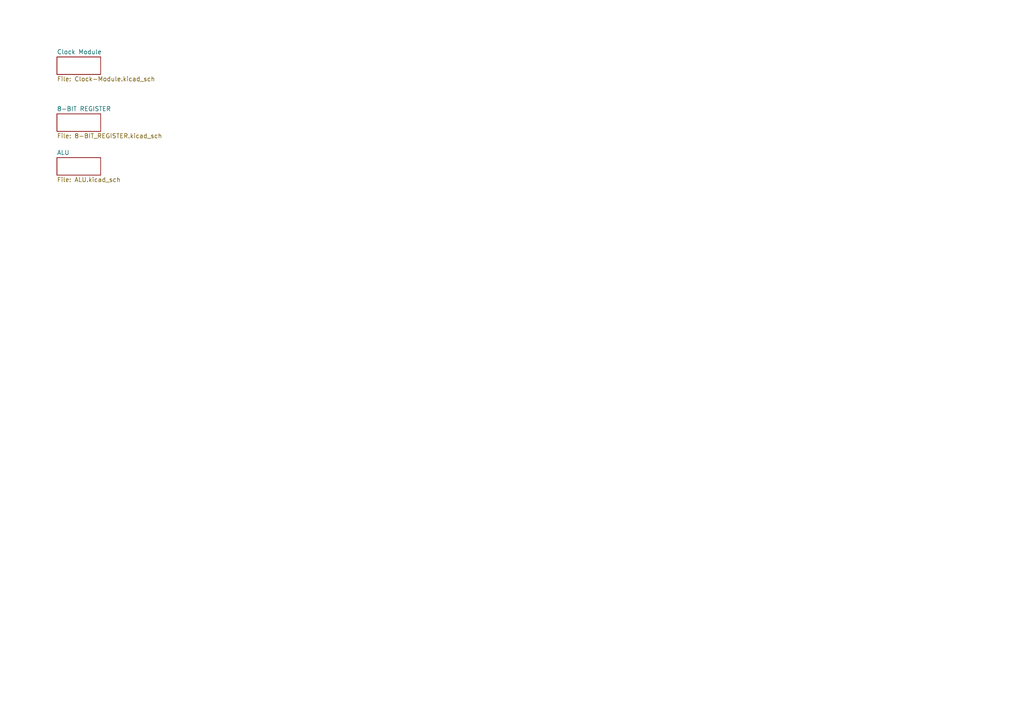
<source format=kicad_sch>
(kicad_sch
	(version 20231120)
	(generator "eeschema")
	(generator_version "8.0")
	(uuid "39f5383d-3aff-442d-82e1-a5533727950e")
	(paper "A4")
	(title_block
		(title "8-BIT COMPUTER INDEX")
		(date "2024-09-15")
		(rev "0.0")
		(company "MY COMPANY")
		(comment 1 "AUTHOR SAYAN RANA")
	)
	(lib_symbols)
	(sheet
		(at 16.51 16.51)
		(size 12.7 5.08)
		(fields_autoplaced yes)
		(stroke
			(width 0.1524)
			(type solid)
		)
		(fill
			(color 0 0 0 0.0000)
		)
		(uuid "5c7e17b2-df34-427d-987e-79e5217f6f21")
		(property "Sheetname" "Clock Module"
			(at 16.51 15.7984 0)
			(effects
				(font
					(size 1.27 1.27)
				)
				(justify left bottom)
			)
		)
		(property "Sheetfile" "Clock-Module.kicad_sch"
			(at 16.51 22.1746 0)
			(effects
				(font
					(size 1.27 1.27)
				)
				(justify left top)
			)
		)
		(instances
			(project "8-Bit Computer"
				(path "/39f5383d-3aff-442d-82e1-a5533727950e"
					(page "2")
				)
			)
		)
	)
	(sheet
		(at 16.51 33.02)
		(size 12.7 5.08)
		(fields_autoplaced yes)
		(stroke
			(width 0.1524)
			(type solid)
		)
		(fill
			(color 0 0 0 0.0000)
		)
		(uuid "8a95d4cd-3024-4bf4-9d2a-dca88a0ee9ed")
		(property "Sheetname" "8-BIT REGISTER"
			(at 16.51 32.3084 0)
			(effects
				(font
					(size 1.27 1.27)
				)
				(justify left bottom)
			)
		)
		(property "Sheetfile" "8-BIT_REGISTER.kicad_sch"
			(at 16.51 38.6846 0)
			(effects
				(font
					(size 1.27 1.27)
				)
				(justify left top)
			)
		)
		(instances
			(project "8-Bit Computer"
				(path "/39f5383d-3aff-442d-82e1-a5533727950e"
					(page "3")
				)
			)
		)
	)
	(sheet
		(at 16.51 45.72)
		(size 12.7 5.08)
		(fields_autoplaced yes)
		(stroke
			(width 0.1524)
			(type solid)
		)
		(fill
			(color 0 0 0 0.0000)
		)
		(uuid "fffca100-2f3e-4462-8de6-bc3b4a376fd6")
		(property "Sheetname" "ALU"
			(at 16.51 45.0084 0)
			(effects
				(font
					(size 1.27 1.27)
				)
				(justify left bottom)
			)
		)
		(property "Sheetfile" "ALU.kicad_sch"
			(at 16.51 51.3846 0)
			(effects
				(font
					(size 1.27 1.27)
				)
				(justify left top)
			)
		)
		(property "Field2" ""
			(at 16.51 45.72 0)
			(effects
				(font
					(size 1.27 1.27)
				)
				(hide yes)
			)
		)
		(property "Field3" ""
			(at 16.51 45.72 0)
			(effects
				(font
					(size 1.27 1.27)
				)
				(hide yes)
			)
		)
		(instances
			(project "8-Bit Computer"
				(path "/39f5383d-3aff-442d-82e1-a5533727950e"
					(page "7")
				)
			)
		)
	)
	(sheet_instances
		(path "/"
			(page "1")
		)
	)
)

</source>
